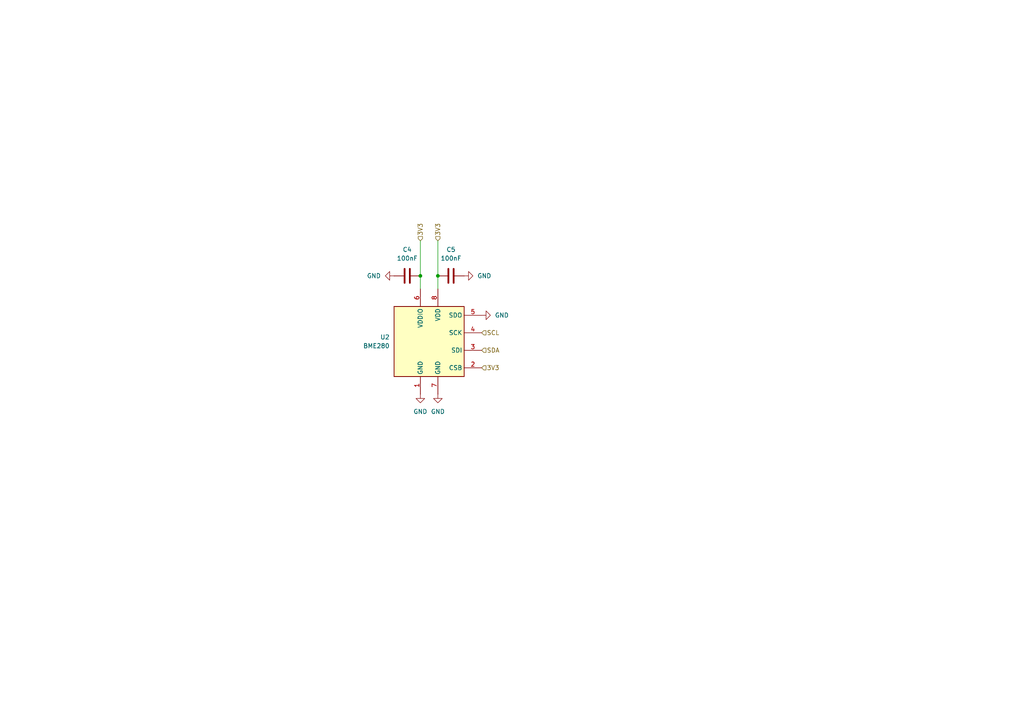
<source format=kicad_sch>
(kicad_sch (version 20231120) (generator "eeschema") (generator_version "8.0")
  (paper "A4")
  (lib_symbols
    (symbol "Device:C" (pin_numbers hide) (pin_names (offset 0.254))
      (property "Reference" "C" (at 0.635 2.54 0))
      (property "Value" "C" (at 0.635 -2.54 0))
      (symbol "C_0_1"
        (polyline (pts (xy -2.032 -0.762) (xy 2.032 -0.762)) (stroke (width 0.508)))
        (polyline (pts (xy -2.032 0.762) (xy 2.032 0.762)) (stroke (width 0.508)))
      )
      (symbol "C_1_1"
        (pin passive line (at 0 3.81 270) (length 2.794) (name "~") (number "1"))
        (pin passive line (at 0 -3.81 90) (length 2.794) (name "~") (number "2"))
      )
    )
    (symbol "Sensor:BME280"
      (property "Reference" "U" (at -8.89 11.43 0))
      (property "Value" "BME280" (at 7.62 11.43 0))
      (symbol "BME280_0_1"
        (rectangle (start -10.16 10.16) (end 10.16 -10.16) (stroke (width 0.254)) (fill (type background)))
      )
      (symbol "BME280_1_1"
        (pin power_in line (at -2.54 -15.24 90) (length 5.08) (name "GND") (number "1"))
        (pin input line (at 15.24 -7.62 180) (length 5.08) (name "CSB") (number "2"))
        (pin bidirectional line (at 15.24 -2.54 180) (length 5.08) (name "SDI") (number "3"))
        (pin input line (at 15.24 2.54 180) (length 5.08) (name "SCK") (number "4"))
        (pin bidirectional line (at 15.24 7.62 180) (length 5.08) (name "SDO") (number "5"))
        (pin power_in line (at -2.54 15.24 270) (length 5.08) (name "VDDIO") (number "6"))
        (pin power_in line (at 2.54 -15.24 90) (length 5.08) (name "GND") (number "7"))
        (pin power_in line (at 2.54 15.24 270) (length 5.08) (name "VDD") (number "8"))
      )
    )
    (symbol "power:GND" (power) (pin_numbers hide) (pin_names (offset 0) hide)
      (property "Value" "GND" (at 0 -3.81 0))
      (symbol "GND_0_1"
        (polyline (pts (xy 0 0) (xy 0 -1.27) (xy 1.27 -1.27) (xy 0 -2.54) (xy -1.27 -1.27) (xy 0 -1.27)))
      )
      (symbol "GND_1_1"
        (pin power_in line (at 0 0 270) (length 0) (name "~") (number "1"))
      )
    )
  )
  (junction (at 127 80.01))
  (junction (at 121.92 80.01))
  (wire (pts (xy 127 80.01) (xy 127 83.82)))
  (wire (pts (xy 121.92 69.85) (xy 121.92 80.01)))
  (wire (pts (xy 121.92 80.01) (xy 121.92 83.82)))
  (wire (pts (xy 127 69.85) (xy 127 80.01)))
  (hierarchical_label "SCL" (shape input) (at 139.7 96.52 0))
  (hierarchical_label "3V3" (shape input) (at 139.7 106.68 0))
  (hierarchical_label "3V3" (shape input) (at 121.92 69.85 90))
  (hierarchical_label "SDA" (shape input) (at 139.7 101.6 0))
  (hierarchical_label "3V3" (shape input) (at 127 69.85 90))
  (symbol (lib_id "Device:C") (at 118.11 80.01 90) (unit 1)
    (property "Reference" "C4" (at 118.11 72.39 90))
    (property "Value" "100nF" (at 118.11 74.93 90))
    (property "Description" "Unpolarized capacitor" (effects (hide yes)))
  )
  (symbol (lib_id "power:GND") (at 134.62 80.01 90) (unit 1)
    (property "Reference" "#PWR012" (effects (hide yes)))
    (property "Value" "GND" (at 138.43 80.0099 90) (effects (justify right)))
    (property "Description" "Power symbol creates a global label with name \"GND\" , ground" (effects (hide yes)))
  )
  (symbol (lib_id "Sensor:BME280") (at 124.46 99.06 0) (unit 1)
    (property "Reference" "U2" (at 113.03 97.7899 0) (effects (justify right)))
    (property "Value" "BME280" (at 113.03 100.3299 0) (effects (justify right)))
    (property "Footprint" "Package_LGA:Bosch_LGA-8_2.5x2.5mm_P0.65mm_ClockwisePinNumbering" (effects (hide yes)))
    (property "Datasheet" "https://www.bosch-sensortec.com/media/boschsensortec/downloads/datasheets/bst-bme280-ds002.pdf" (effects (hide yes)))
    (property "Description" "3-in-1 sensor, humidity, pressure, temperature, I2C and SPI interface, 1.71-3.6V, LGA-8" (effects (hide yes)))
  )
  (symbol (lib_id "power:GND") (at 121.92 114.3 0) (unit 1)
    (property "Reference" "#PWR010" (effects (hide yes)))
    (property "Value" "GND" (at 121.92 119.38 0))
    (property "Description" "Power symbol creates a global label with name \"GND\" , ground" (effects (hide yes)))
  )
  (symbol (lib_id "power:GND") (at 127 114.3 0) (unit 1)
    (property "Reference" "#PWR011" (effects (hide yes)))
    (property "Value" "GND" (at 127 119.38 0))
    (property "Description" "Power symbol creates a global label with name \"GND\" , ground" (effects (hide yes)))
  )
  (symbol (lib_id "power:GND") (at 139.7 91.44 90) (unit 1)
    (property "Reference" "#PWR013" (effects (hide yes)))
    (property "Value" "GND" (at 143.51 91.4399 90) (effects (justify right)))
    (property "Description" "Power symbol creates a global label with name \"GND\" , ground" (effects (hide yes)))
  )
  (symbol (lib_id "Device:C") (at 130.81 80.01 90) (unit 1)
    (property "Reference" "C5" (at 130.81 72.39 90))
    (property "Value" "100nF" (at 130.81 74.93 90))
    (property "Description" "Unpolarized capacitor" (effects (hide yes)))
  )
  (symbol (lib_id "power:GND") (at 114.3 80.01 270) (unit 1)
    (property "Reference" "#PWR09" (effects (hide yes)))
    (property "Value" "GND" (at 110.49 80.0099 90) (effects (justify right)))
    (property "Description" "Power symbol creates a global label with name \"GND\" , ground" (effects (hide yes)))
  )
)
</source>
